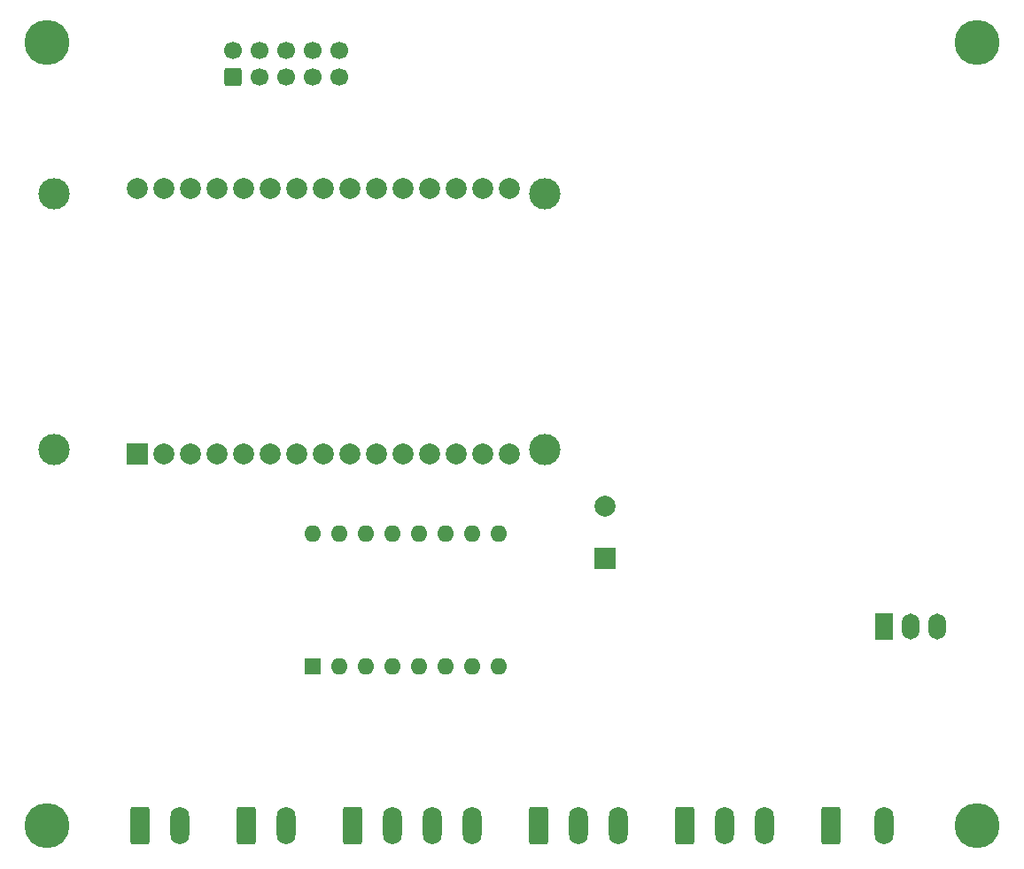
<source format=gbr>
%TF.GenerationSoftware,KiCad,Pcbnew,(6.0.1)*%
%TF.CreationDate,2022-02-12T14:44:04-06:00*%
%TF.ProjectId,sawsetter_main,73617773-6574-4746-9572-5f6d61696e2e,rev?*%
%TF.SameCoordinates,Original*%
%TF.FileFunction,Soldermask,Bot*%
%TF.FilePolarity,Negative*%
%FSLAX46Y46*%
G04 Gerber Fmt 4.6, Leading zero omitted, Abs format (unit mm)*
G04 Created by KiCad (PCBNEW (6.0.1)) date 2022-02-12 14:44:04*
%MOMM*%
%LPD*%
G01*
G04 APERTURE LIST*
G04 Aperture macros list*
%AMRoundRect*
0 Rectangle with rounded corners*
0 $1 Rounding radius*
0 $2 $3 $4 $5 $6 $7 $8 $9 X,Y pos of 4 corners*
0 Add a 4 corners polygon primitive as box body*
4,1,4,$2,$3,$4,$5,$6,$7,$8,$9,$2,$3,0*
0 Add four circle primitives for the rounded corners*
1,1,$1+$1,$2,$3*
1,1,$1+$1,$4,$5*
1,1,$1+$1,$6,$7*
1,1,$1+$1,$8,$9*
0 Add four rect primitives between the rounded corners*
20,1,$1+$1,$2,$3,$4,$5,0*
20,1,$1+$1,$4,$5,$6,$7,0*
20,1,$1+$1,$6,$7,$8,$9,0*
20,1,$1+$1,$8,$9,$2,$3,0*%
G04 Aperture macros list end*
%ADD10R,2.000000X2.000000*%
%ADD11C,2.000000*%
%ADD12C,4.300000*%
%ADD13RoundRect,0.250000X-0.650000X-1.550000X0.650000X-1.550000X0.650000X1.550000X-0.650000X1.550000X0*%
%ADD14O,1.800000X3.600000*%
%ADD15RoundRect,0.250000X0.600000X-0.600000X0.600000X0.600000X-0.600000X0.600000X-0.600000X-0.600000X0*%
%ADD16C,1.700000*%
%ADD17R,1.600000X1.600000*%
%ADD18O,1.600000X1.600000*%
%ADD19C,3.000000*%
%ADD20R,1.700000X2.500000*%
%ADD21O,1.700000X2.500000*%
G04 APERTURE END LIST*
D10*
%TO.C,C3*%
X78740000Y-96347677D03*
D11*
X78740000Y-91347677D03*
%TD*%
D12*
%TO.C,H4*%
X114300000Y-46990000D03*
%TD*%
%TO.C,H1*%
X25400000Y-46990000D03*
%TD*%
%TO.C,H3*%
X25400000Y-121920000D03*
%TD*%
D13*
%TO.C,J1*%
X72390000Y-121920000D03*
D14*
X76200000Y-121920000D03*
X80010000Y-121920000D03*
%TD*%
D12*
%TO.C,H2*%
X114300000Y-121920000D03*
%TD*%
D15*
%TO.C,J3*%
X43180000Y-50282500D03*
D16*
X43180000Y-47742500D03*
X45720000Y-50282500D03*
X45720000Y-47742500D03*
X48260000Y-50282500D03*
X48260000Y-47742500D03*
X50800000Y-50282500D03*
X50800000Y-47742500D03*
X53340000Y-50282500D03*
X53340000Y-47742500D03*
%TD*%
D13*
%TO.C,J5*%
X100330000Y-121920000D03*
D14*
X105410000Y-121920000D03*
%TD*%
D17*
%TO.C,A1*%
X50800000Y-106670000D03*
D18*
X53340000Y-106670000D03*
X55880000Y-106670000D03*
X58420000Y-106670000D03*
X60960000Y-106670000D03*
X63500000Y-106670000D03*
X66040000Y-106670000D03*
X68580000Y-106670000D03*
X68580000Y-93970000D03*
X66040000Y-93970000D03*
X63500000Y-93970000D03*
X60960000Y-93970000D03*
X58420000Y-93970000D03*
X55880000Y-93970000D03*
X53340000Y-93970000D03*
X50800000Y-93970000D03*
%TD*%
D13*
%TO.C,J6*%
X34290000Y-121920000D03*
D14*
X38100000Y-121920000D03*
%TD*%
D13*
%TO.C,J7*%
X44450000Y-121920000D03*
D14*
X48260000Y-121920000D03*
%TD*%
D19*
%TO.C,U1*%
X26055000Y-85940000D03*
X73005000Y-61430000D03*
X26055000Y-61430000D03*
X73005000Y-85940000D03*
D10*
X34015000Y-86360000D03*
D11*
X36555000Y-86360000D03*
X39095000Y-86360000D03*
X41635000Y-86360000D03*
X44175000Y-86360000D03*
X46715000Y-86360000D03*
X49255000Y-86360000D03*
X51795000Y-86360000D03*
X54335000Y-86360000D03*
X56875000Y-86360000D03*
X59415000Y-86360000D03*
X61955000Y-86360000D03*
X64495000Y-86360000D03*
X67035000Y-86360000D03*
X69575000Y-86360000D03*
X69575000Y-60960000D03*
X67035000Y-60960000D03*
X64495000Y-60960000D03*
X61955000Y-60960000D03*
X59415000Y-60960000D03*
X56875000Y-60960000D03*
X54335000Y-60960000D03*
X51795000Y-60960000D03*
X49255000Y-60960000D03*
X46715000Y-60960000D03*
X44175000Y-60960000D03*
X41635000Y-60960000D03*
X39095000Y-60960000D03*
X36555000Y-60960000D03*
X34015000Y-60960000D03*
%TD*%
D13*
%TO.C,J4*%
X54610000Y-121920000D03*
D14*
X58420000Y-121920000D03*
X62230000Y-121920000D03*
X66040000Y-121920000D03*
%TD*%
D20*
%TO.C,U2*%
X105410000Y-102870000D03*
D21*
X107950000Y-102870000D03*
X110490000Y-102870000D03*
%TD*%
D13*
%TO.C,J2*%
X86360000Y-121920000D03*
D14*
X90170000Y-121920000D03*
X93980000Y-121920000D03*
%TD*%
M02*

</source>
